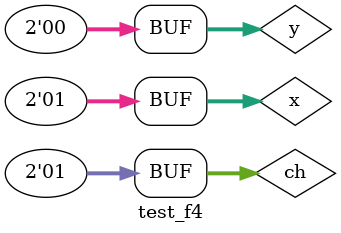
<source format=v>

module f4 (output [1:0] s, 
	input [1:0] a, 
	input [1:0] b, 
	input	[1:0] chave); 

// descrever por portas
	wire [1:0]s1_or;
	wire [1:0]s2_or;
	wire [1:0]s3_nor;
	wire [1:0]s4_xor;
	wire [1:0]s5_xnor;	
	wire [1:0]s_not;
	wire [1:0]s_not2;
	wire [1:0]s_and2;
	wire [1:0]s_and3;
	wire [1:0]s_and4;
	wire [1:0]s_and5;
	
	

	or OR1(s2_or[0], a[0],b[0]);
	or OR1(s2_or[1], a[1],b[1]);

		
	nor NOR1(s3_nor[0], a[0], b[0]);
	nor NOR1(s3_nor[1], a[1], b[1]);
	
	xor XOR1(s4_xor[0], a[0], b[0]);
	xor XOR1(s4_xor[1], a[1], b[1]);
	
	xnor XNOR1(s5_xnor[0], a[0], b[0]);
	xnor XNOR1(s5_xnor[1], a[1], b[1]);

	not NOT1(s_not[0],chave[0]);
	not NOT1(s_not[1],chave[1]);
	
	not NOT2(s_not2[0],chave[0]);
	not NOT2(s_not2[1],chave[1]);
		
	and AND2(s_and2[0], s1_or[0], s_not[0], s_not2[0]);
	and AND2(s_and2[1], s1_or[1], s_not[1], s_not2[1]);

	and AND3(s_and3[0], s3_nor[0], s_not[0], chave[0]);
	and AND3(s_and3[1], s3_nor[1], s_not[1], chave[1]);
	
	and AND4(s_and4[0], s4_xor[0], chave[0], s_not2[0]);
	and AND4(s_and4[1], s4_xor[1], chave[1], s_not2[1]);
	
	and AND5(s_and5[0], s5_xnor[0], chave[0], chave[0]); 
	and AND5(s_and5[1], s5_xnor[1], chave[1], chave[1] ); 
			
	or OR2(s[0], s_and2[0], s_and3[0], s_and4[0], s_and5[0]);
	or OR2(s[1], s_and2[1], s_and3[1], s_and4[1], s_and5[1]);
	 
	endmodule // f4 
	module test_f4; 

// ------------------------- definir dados 
	reg [1:0] x; 
	reg [1:0] y;
	reg [1:0] ch;
	wire [1:0] z; 
	f4 modulo (z, x, y, ch); 

// ------------------------- parte principal 
	initial begin 
	$display("Exemplo0034 - Rodrigo Arruda de Assis - 427460"); 
	$display("Test LU's module");
	$display("Legenda da chave: 00-OR 01-NOR 10-XOR  11-XNOR  \n"); 
		
	#1 ch = 0; x = 0;   y = 0;

// projetar testes do modulo 
	 $monitor("Chave = %1b\t x = %2b \t y = %2b\t  saida = %2b\n",ch,x,y,z);
	 
	 #1 ch = 0; x = 1; y = 1;
	 #1 ch = 0; x = 0; y = 1;
	 #1 ch = 0; x = 1; y = 0;
	 #1 ch = 1; x = 0; y = 0;
	 #1 ch = 1; x = 1; y = 1;
	 #1 ch = 1; x = 0; y = 1;
	 #1 ch = 1; x = 1; y = 0;
	 
end 
endmodule // test_f4 
</source>
